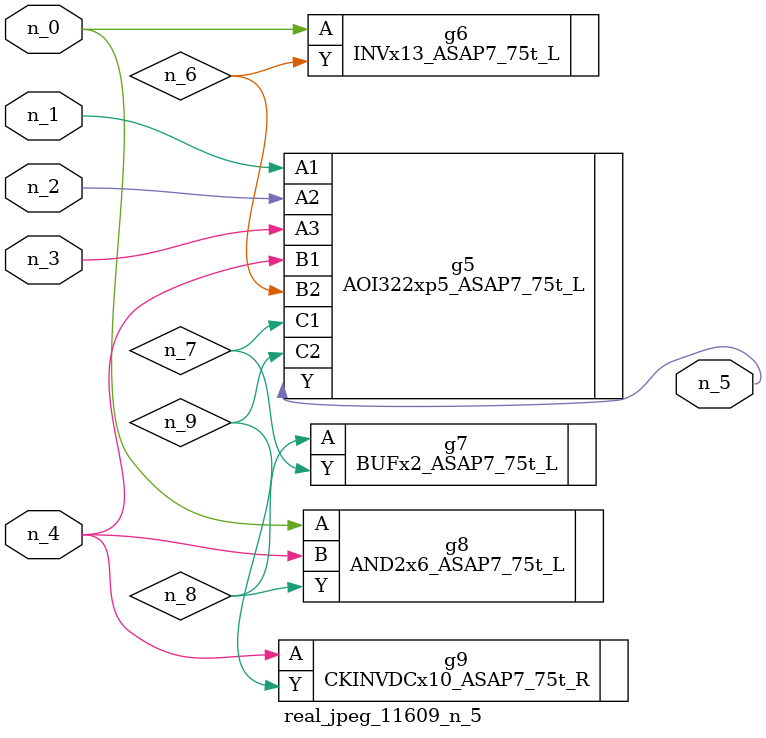
<source format=v>
module real_jpeg_11609_n_5 (n_4, n_0, n_1, n_2, n_3, n_5);

input n_4;
input n_0;
input n_1;
input n_2;
input n_3;

output n_5;

wire n_8;
wire n_6;
wire n_7;
wire n_9;

INVx13_ASAP7_75t_L g6 ( 
.A(n_0),
.Y(n_6)
);

AND2x6_ASAP7_75t_L g8 ( 
.A(n_0),
.B(n_4),
.Y(n_8)
);

AOI322xp5_ASAP7_75t_L g5 ( 
.A1(n_1),
.A2(n_2),
.A3(n_3),
.B1(n_4),
.B2(n_6),
.C1(n_7),
.C2(n_9),
.Y(n_5)
);

CKINVDCx10_ASAP7_75t_R g9 ( 
.A(n_4),
.Y(n_9)
);

BUFx2_ASAP7_75t_L g7 ( 
.A(n_8),
.Y(n_7)
);


endmodule
</source>
